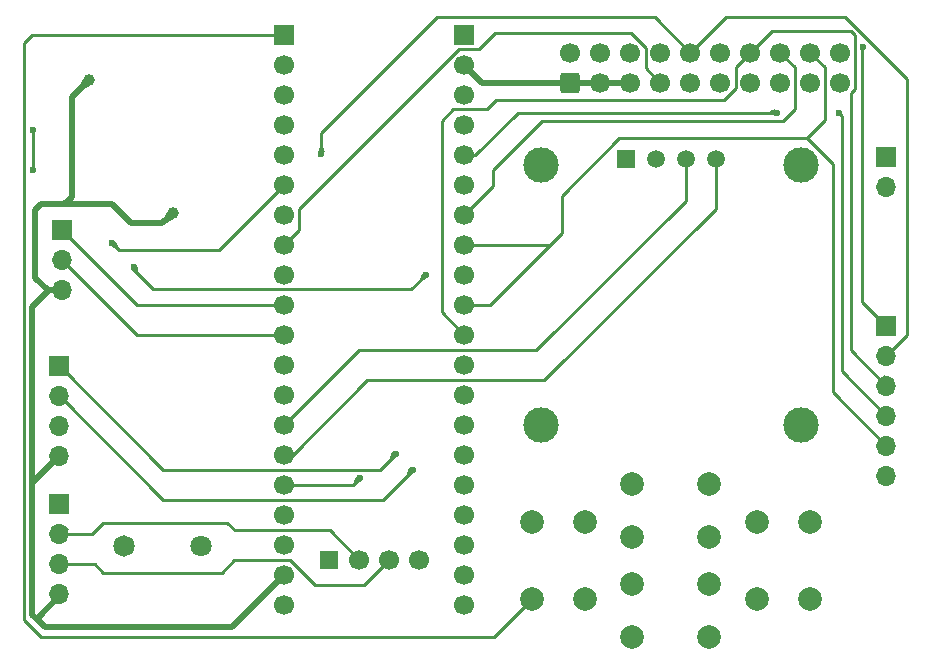
<source format=gbr>
%TF.GenerationSoftware,KiCad,Pcbnew,8.0.5*%
%TF.CreationDate,2024-12-10T05:31:14-08:00*%
%TF.ProjectId,sdiskII_stm32,73646973-6b49-4495-9f73-746d33322e6b,3*%
%TF.SameCoordinates,Original*%
%TF.FileFunction,Copper,L2,Bot*%
%TF.FilePolarity,Positive*%
%FSLAX46Y46*%
G04 Gerber Fmt 4.6, Leading zero omitted, Abs format (unit mm)*
G04 Created by KiCad (PCBNEW 8.0.5) date 2024-12-10 05:31:14*
%MOMM*%
%LPD*%
G01*
G04 APERTURE LIST*
G04 Aperture macros list*
%AMRoundRect*
0 Rectangle with rounded corners*
0 $1 Rounding radius*
0 $2 $3 $4 $5 $6 $7 $8 $9 X,Y pos of 4 corners*
0 Add a 4 corners polygon primitive as box body*
4,1,4,$2,$3,$4,$5,$6,$7,$8,$9,$2,$3,0*
0 Add four circle primitives for the rounded corners*
1,1,$1+$1,$2,$3*
1,1,$1+$1,$4,$5*
1,1,$1+$1,$6,$7*
1,1,$1+$1,$8,$9*
0 Add four rect primitives between the rounded corners*
20,1,$1+$1,$2,$3,$4,$5,0*
20,1,$1+$1,$4,$5,$6,$7,0*
20,1,$1+$1,$6,$7,$8,$9,0*
20,1,$1+$1,$8,$9,$2,$3,0*%
G04 Aperture macros list end*
%TA.AperFunction,ComponentPad*%
%ADD10RoundRect,0.250000X0.600000X-0.600000X0.600000X0.600000X-0.600000X0.600000X-0.600000X-0.600000X0*%
%TD*%
%TA.AperFunction,ComponentPad*%
%ADD11C,1.700000*%
%TD*%
%TA.AperFunction,ComponentPad*%
%ADD12R,1.700000X1.700000*%
%TD*%
%TA.AperFunction,ComponentPad*%
%ADD13O,1.700000X1.700000*%
%TD*%
%TA.AperFunction,ComponentPad*%
%ADD14C,2.000000*%
%TD*%
%TA.AperFunction,ComponentPad*%
%ADD15C,1.824000*%
%TD*%
%TA.AperFunction,ComponentPad*%
%ADD16C,1.800000*%
%TD*%
%TA.AperFunction,ComponentPad*%
%ADD17R,1.524000X1.524000*%
%TD*%
%TA.AperFunction,ComponentPad*%
%ADD18R,1.508000X1.508000*%
%TD*%
%TA.AperFunction,ComponentPad*%
%ADD19C,1.508000*%
%TD*%
%TA.AperFunction,ComponentPad*%
%ADD20C,3.000000*%
%TD*%
%TA.AperFunction,ViaPad*%
%ADD21C,0.600000*%
%TD*%
%TA.AperFunction,ViaPad*%
%ADD22C,1.000000*%
%TD*%
%TA.AperFunction,Conductor*%
%ADD23C,0.250000*%
%TD*%
%TA.AperFunction,Conductor*%
%ADD24C,0.500000*%
%TD*%
G04 APERTURE END LIST*
D10*
%TO.P,J2,1,Pin_1*%
%TO.N,GND*%
X178290000Y-92490000D03*
D11*
%TO.P,J2,2,Pin_2*%
%TO.N,STEP0*%
X178290000Y-89950000D03*
%TO.P,J2,3,Pin_3*%
%TO.N,GND*%
X180830000Y-92490000D03*
%TO.P,J2,4,Pin_4*%
%TO.N,STEP1*%
X180830000Y-89950000D03*
%TO.P,J2,5,Pin_5*%
%TO.N,GND*%
X183370000Y-92490000D03*
%TO.P,J2,6,Pin_6*%
%TO.N,STEP2*%
X183370000Y-89950000D03*
%TO.P,J2,7,Pin_7*%
%TO.N,3.5DSK*%
X185910000Y-92490000D03*
%TO.P,J2,8,Pin_8*%
%TO.N,STEP3*%
X185910000Y-89950000D03*
%TO.P,J2,9,Pin_9*%
%TO.N,unconnected-(J2-Pin_9-Pad9)*%
X188450000Y-92490000D03*
%TO.P,J2,10,Pin_10*%
%TO.N,WR_REQ*%
X188450000Y-89950000D03*
%TO.P,J2,11,Pin_11*%
%TO.N,VCC*%
X190990000Y-92490000D03*
%TO.P,J2,12,Pin_12*%
%TO.N,SELECT*%
X190990000Y-89950000D03*
%TO.P,J2,13,Pin_13*%
%TO.N,unconnected-(J2-Pin_13-Pad13)*%
X193530000Y-92490000D03*
%TO.P,J2,14,Pin_14*%
%TO.N,DEVICE_ENABLE*%
X193530000Y-89950000D03*
%TO.P,J2,15,Pin_15*%
%TO.N,unconnected-(J2-Pin_15-Pad15)*%
X196070000Y-92490000D03*
%TO.P,J2,16,Pin_16*%
%TO.N,RD_DATA*%
X196070000Y-89950000D03*
%TO.P,J2,17,Pin_17*%
%TO.N,unconnected-(J2-Pin_17-Pad17)*%
X198610000Y-92490000D03*
%TO.P,J2,18,Pin_18*%
%TO.N,WR_DATA*%
X198610000Y-89950000D03*
%TO.P,J2,19,Pin_19*%
%TO.N,unconnected-(J2-Pin_19-Pad19)*%
X201150000Y-92490000D03*
%TO.P,J2,20,Pin_20*%
%TO.N,WR_PROTECT*%
X201150000Y-89950000D03*
%TD*%
D12*
%TO.P,J3,1,Pin_1*%
%TO.N,RD_DATA*%
X205000000Y-113050000D03*
D13*
%TO.P,J3,2,Pin_2*%
%TO.N,WR_REQ*%
X205000000Y-115590000D03*
%TO.P,J3,3,Pin_3*%
%TO.N,DEVICE_ENABLE*%
X205000000Y-118130000D03*
%TO.P,J3,4,Pin_4*%
%TO.N,WR_PROTECT*%
X205000000Y-120670000D03*
%TO.P,J3,5,Pin_5*%
%TO.N,WR_DATA*%
X205000000Y-123210000D03*
%TO.P,J3,6,Pin_6*%
%TO.N,GND*%
X205000000Y-125750000D03*
%TD*%
D14*
%TO.P,UP1,1,1*%
%TO.N,+3.3V*%
X190040000Y-130950000D03*
X183540000Y-130950000D03*
%TO.P,UP1,2,2*%
%TO.N,BTN_UP*%
X190040000Y-126450000D03*
X183540000Y-126450000D03*
%TD*%
D12*
%TO.P,DEBUG,1,Pin_1*%
%TO.N,TIM2_CH3*%
X135000000Y-116500000D03*
D13*
%TO.P,DEBUG,2,Pin_2*%
%TO.N,TIM3_CH4*%
X135000000Y-119040000D03*
%TO.P,DEBUG,3,Pin_3*%
%TO.N,DEBUG*%
X135000000Y-121580000D03*
%TO.P,DEBUG,4,Pin_4*%
%TO.N,GND*%
X135000000Y-124120000D03*
%TD*%
D15*
%TO.P,BZ1,1,+*%
%TO.N,TIM1_CH2N*%
X140500000Y-131750000D03*
D16*
%TO.P,BZ1,2,-*%
%TO.N,GND*%
X147000000Y-131750000D03*
%TD*%
D12*
%TO.P,J4,1,Pin_1*%
%TO.N,USART1_TX*%
X135240000Y-104975000D03*
D13*
%TO.P,J4,2,Pin_2*%
%TO.N,USART1_RX*%
X135240000Y-107515000D03*
%TO.P,J4,3,Pin_3*%
%TO.N,GND*%
X135240000Y-110055000D03*
%TD*%
D12*
%TO.P,\u03BCC1,1,B12*%
%TO.N,BTN_RET*%
X154050000Y-88440000D03*
D11*
%TO.P,\u03BCC1,2,B13*%
%TO.N,SD_EJECT*%
X154050000Y-90980000D03*
%TO.P,\u03BCC1,3,B14*%
%TO.N,TIM1_CH2N*%
X154050000Y-93520000D03*
%TO.P,\u03BCC1,4,B15*%
%TO.N,SDIO_CK*%
X154050000Y-96060000D03*
%TO.P,\u03BCC1,5,A8*%
%TO.N,SDIO_D1*%
X154050000Y-98600000D03*
%TO.P,\u03BCC1,6,A9*%
%TO.N,SDIO_D2*%
X154050000Y-101140000D03*
%TO.P,\u03BCC1,7,A10*%
%TO.N,DEBUG*%
X154050000Y-103680000D03*
%TO.P,\u03BCC1,8,A11*%
%TO.N,3.5DSK*%
X154050000Y-106220000D03*
%TO.P,\u03BCC1,9,A12*%
%TO.N,unconnected-(\u03BCC1-A12-Pad9)*%
X154050000Y-108760000D03*
%TO.P,\u03BCC1,10,A15*%
%TO.N,USART1_TX*%
X154050000Y-111300000D03*
%TO.P,\u03BCC1,11,B3*%
%TO.N,USART1_RX*%
X154050000Y-113840000D03*
%TO.P,\u03BCC1,12,B4*%
%TO.N,SDIO_DO*%
X154050000Y-116380000D03*
%TO.P,\u03BCC1,13,B5*%
%TO.N,SDIO_D3*%
X154050000Y-118920000D03*
%TO.P,\u03BCC1,14,B6*%
%TO.N,I2C_SCL*%
X154050000Y-121460000D03*
%TO.P,\u03BCC1,15,B7*%
%TO.N,I2C_SDA*%
X154050000Y-124000000D03*
%TO.P,\u03BCC1,16,B8*%
%TO.N,SELECT*%
X154050000Y-126540000D03*
%TO.P,\u03BCC1,17,B9*%
%TO.N,WR_REQ*%
X154050000Y-129080000D03*
%TO.P,\u03BCC1,18,5Vi*%
%TO.N,PWR_IN*%
X154050000Y-131620000D03*
%TO.P,\u03BCC1,19,GNDi*%
%TO.N,GND*%
X154050000Y-134160000D03*
%TO.P,\u03BCC1,20,3.3i*%
%TO.N,+3.3V*%
X154050000Y-136700000D03*
%TO.P,\u03BCC1,21,VB*%
%TO.N,unconnected-(\u03BCC1-VB-Pad21)*%
X169290000Y-136700000D03*
%TO.P,\u03BCC1,22,C13*%
%TO.N,BTN_DOWN*%
X169290000Y-134160000D03*
%TO.P,\u03BCC1,23,C14*%
%TO.N,BTN_UP*%
X169290000Y-131620000D03*
%TO.P,\u03BCC1,24,C15*%
%TO.N,BTN_ENTR*%
X169290000Y-129080000D03*
%TO.P,\u03BCC1,25,R*%
%TO.N,unconnected-(\u03BCC1-R-Pad25)*%
X169290000Y-126540000D03*
%TO.P,\u03BCC1,26,A0*%
%TO.N,STEP0*%
X169290000Y-124000000D03*
%TO.P,\u03BCC1,27,A1*%
%TO.N,STEP1*%
X169290000Y-121460000D03*
%TO.P,\u03BCC1,28,A2*%
%TO.N,STEP2*%
X169290000Y-118920000D03*
%TO.P,\u03BCC1,29,A3*%
%TO.N,STEP3*%
X169290000Y-116380000D03*
%TO.P,\u03BCC1,30,A4*%
%TO.N,DEVICE_ENABLE*%
X169290000Y-113840000D03*
%TO.P,\u03BCC1,31,A5*%
%TO.N,WR_DATA*%
X169290000Y-111300000D03*
%TO.P,\u03BCC1,32,A6*%
%TO.N,SDIO_CMD*%
X169290000Y-108760000D03*
%TO.P,\u03BCC1,33,A7*%
%TO.N,WR_DATA*%
X169290000Y-106220000D03*
%TO.P,\u03BCC1,34,B0*%
%TO.N,RD_DATA*%
X169290000Y-103680000D03*
%TO.P,\u03BCC1,35,B1*%
%TO.N,TIM3_CH4*%
X169290000Y-101140000D03*
%TO.P,\u03BCC1,36,B2*%
%TO.N,WR_PROTECT*%
X169290000Y-98600000D03*
%TO.P,\u03BCC1,37,B10*%
%TO.N,TIM2_CH3*%
X169290000Y-96060000D03*
%TO.P,\u03BCC1,38,3.3ii*%
%TO.N,unconnected-(\u03BCC1-3.3ii-Pad38)*%
X169290000Y-93520000D03*
%TO.P,\u03BCC1,39,GNDii*%
%TO.N,GND*%
X169290000Y-90980000D03*
D12*
%TO.P,\u03BCC1,40,5Vii*%
%TO.N,unconnected-(\u03BCC1-5Vii-Pad40)*%
X169290000Y-88440000D03*
D17*
%TO.P,\u03BCC1,41,3.3V*%
%TO.N,+3.3V*%
X157860000Y-132890000D03*
D11*
%TO.P,\u03BCC1,42,SDIO*%
%TO.N,SDIO*%
X160400000Y-132890000D03*
%TO.P,\u03BCC1,43,SCK*%
%TO.N,SCK*%
X162940000Y-132890000D03*
%TO.P,\u03BCC1,44,GND*%
%TO.N,GND*%
X165480000Y-132890000D03*
%TD*%
D12*
%TO.P,J1,1,Pin_1*%
%TO.N,VCC*%
X205000000Y-98810000D03*
D13*
%TO.P,J1,2,Pin_2*%
%TO.N,PWR_IN*%
X205000000Y-101350000D03*
%TD*%
D14*
%TO.P,ENTR1,1,1*%
%TO.N,+3.3V*%
X198540000Y-129700000D03*
X198540000Y-136200000D03*
%TO.P,ENTR1,2,2*%
%TO.N,BTN_ENTR*%
X194040000Y-129700000D03*
X194040000Y-136200000D03*
%TD*%
D12*
%TO.P,J6,1,Pin_1*%
%TO.N,+3.3V*%
X135000000Y-128180000D03*
D13*
%TO.P,J6,2,Pin_2*%
%TO.N,SDIO*%
X135000000Y-130720000D03*
%TO.P,J6,3,Pin_3*%
%TO.N,SCK*%
X135000000Y-133260000D03*
%TO.P,J6,4,Pin_4*%
%TO.N,GND*%
X135000000Y-135800000D03*
%TD*%
D18*
%TO.P,U8,1,GND*%
%TO.N,GND*%
X182980000Y-98950000D03*
D19*
%TO.P,U8,2,VCC_IN*%
%TO.N,+3.3V*%
X185520000Y-98950000D03*
%TO.P,U8,3,SCL*%
%TO.N,I2C_SCL*%
X188060000Y-98950000D03*
%TO.P,U8,4,SDA*%
%TO.N,I2C_SDA*%
X190600000Y-98950000D03*
D20*
%TO.P,U8,S1*%
%TO.N,N/C*%
X175790000Y-99450000D03*
%TO.P,U8,S2*%
X197790000Y-99450000D03*
%TO.P,U8,S3*%
X197790000Y-121450000D03*
%TO.P,U8,S4*%
X175790000Y-121450000D03*
%TD*%
D14*
%TO.P,RET1,1,1*%
%TO.N,+3.3V*%
X179540000Y-129700000D03*
X179540000Y-136200000D03*
%TO.P,RET1,2,2*%
%TO.N,BTN_RET*%
X175040000Y-129700000D03*
X175040000Y-136200000D03*
%TD*%
%TO.P,DOWN1,1,1*%
%TO.N,+3.3V*%
X183540000Y-134950000D03*
X190040000Y-134950000D03*
%TO.P,DOWN1,2,2*%
%TO.N,BTN_DOWN*%
X183540000Y-139450000D03*
X190040000Y-139450000D03*
%TD*%
D21*
%TO.N,SELECT*%
X160500000Y-125925000D03*
D22*
%TO.N,GND*%
X144640000Y-103500000D03*
X137540000Y-92250000D03*
D21*
%TO.N,WR_REQ*%
X157190000Y-98500000D03*
%TO.N,WR_PROTECT*%
X201000000Y-95025000D03*
X195750000Y-95025000D03*
%TO.N,RD_DATA*%
X203050000Y-89500000D03*
%TO.N,SDIO_CMD*%
X141340000Y-108100000D03*
X166040000Y-108760000D03*
%TO.N,SDIO_D2*%
X139490000Y-106050000D03*
%TO.N,DEBUG*%
X132750000Y-99900000D03*
X132750000Y-96500000D03*
%TO.N,TIM3_CH4*%
X164940000Y-125250000D03*
%TO.N,TIM2_CH3*%
X163490000Y-123900000D03*
%TD*%
D23*
%TO.N,DEBUG*%
X132750000Y-99900000D02*
X132750000Y-96500000D01*
%TO.N,SELECT*%
X159885000Y-126540000D02*
X154050000Y-126540000D01*
X160500000Y-125925000D02*
X159885000Y-126540000D01*
%TO.N,3.5DSK*%
X154050000Y-106220000D02*
X155275000Y-104995000D01*
X155275000Y-104995000D02*
X155275000Y-103225000D01*
X168835000Y-89665000D02*
X170515000Y-89665000D01*
X155275000Y-103225000D02*
X168835000Y-89665000D01*
X170515000Y-89665000D02*
X171880000Y-88300000D01*
X184685000Y-89532588D02*
X184685000Y-91265000D01*
X171880000Y-88300000D02*
X183452412Y-88300000D01*
X183452412Y-88300000D02*
X184685000Y-89532588D01*
X184685000Y-91265000D02*
X185910000Y-92490000D01*
D24*
%TO.N,GND*%
X132715000Y-111475000D02*
X134135000Y-110055000D01*
X132990000Y-103300000D02*
X132990000Y-109000000D01*
X178290000Y-92490000D02*
X180830000Y-92490000D01*
X134045000Y-110055000D02*
X135240000Y-110055000D01*
X170800000Y-92490000D02*
X169290000Y-90980000D01*
X135440000Y-102800000D02*
X133490000Y-102800000D01*
X133090000Y-137900000D02*
X132715000Y-137525000D01*
X144640000Y-103500000D02*
X143740000Y-104400000D01*
X154050000Y-134160000D02*
X149610000Y-138600000D01*
X132715000Y-126750000D02*
X132715000Y-111475000D01*
X132990000Y-109000000D02*
X134045000Y-110055000D01*
X178290000Y-92490000D02*
X170800000Y-92490000D01*
X132715000Y-126405000D02*
X132715000Y-126750000D01*
X133090000Y-137900000D02*
X135190000Y-135800000D01*
X180830000Y-92490000D02*
X183370000Y-92490000D01*
X137540000Y-92250000D02*
X136090000Y-93700000D01*
X132715000Y-137525000D02*
X132715000Y-126750000D01*
X136090000Y-102150000D02*
X135440000Y-102800000D01*
X134135000Y-110055000D02*
X135240000Y-110055000D01*
X136090000Y-93700000D02*
X136090000Y-102150000D01*
X133490000Y-102800000D02*
X132990000Y-103300000D01*
X135000000Y-124120000D02*
X132715000Y-126405000D01*
X149610000Y-138600000D02*
X133790000Y-138600000D01*
X143740000Y-104400000D02*
X141090000Y-104400000D01*
X141090000Y-104400000D02*
X139490000Y-102800000D01*
X133790000Y-138600000D02*
X133090000Y-137900000D01*
X139490000Y-102800000D02*
X135440000Y-102800000D01*
D23*
%TO.N,WR_REQ*%
X201547106Y-86950000D02*
X206750000Y-92152894D01*
X191450000Y-86950000D02*
X201547106Y-86950000D01*
X166990000Y-86950000D02*
X185450000Y-86950000D01*
X206750000Y-113840000D02*
X205000000Y-115590000D01*
X185450000Y-86950000D02*
X188450000Y-89950000D01*
X157190000Y-96750000D02*
X166990000Y-86950000D01*
X206750000Y-92152894D02*
X206750000Y-113840000D01*
X188450000Y-89950000D02*
X191450000Y-86950000D01*
X157190000Y-98500000D02*
X157190000Y-96750000D01*
%TO.N,WR_PROTECT*%
X195750000Y-95025000D02*
X173815000Y-95025000D01*
X201000000Y-95025000D02*
X201250000Y-95275000D01*
X173815000Y-95025000D02*
X170240000Y-98600000D01*
X201250000Y-95275000D02*
X201250000Y-116920000D01*
X204840000Y-120000000D02*
X204840000Y-120410000D01*
X201250000Y-116920000D02*
X205000000Y-120670000D01*
X170240000Y-98600000D02*
X169290000Y-98600000D01*
%TO.N,BTN_RET*%
X171840000Y-139400000D02*
X175040000Y-136200000D01*
X131990000Y-137950000D02*
X133440000Y-139400000D01*
X154050000Y-88440000D02*
X132700000Y-88440000D01*
X131990000Y-89150000D02*
X131990000Y-137950000D01*
X133440000Y-139400000D02*
X171840000Y-139400000D01*
X132700000Y-88440000D02*
X131990000Y-89150000D01*
%TO.N,WR_DATA*%
X199835000Y-91175000D02*
X198610000Y-89950000D01*
X198300000Y-97200000D02*
X200500000Y-99400000D01*
X198300000Y-97200000D02*
X199835000Y-95665000D01*
X176520000Y-106220000D02*
X171440000Y-111300000D01*
X200500000Y-118710000D02*
X205000000Y-123210000D01*
X170040000Y-106200000D02*
X169514000Y-106726000D01*
X171440000Y-111300000D02*
X169290000Y-111300000D01*
X176520000Y-106220000D02*
X177540000Y-105200000D01*
X177540000Y-102050000D02*
X182390000Y-97200000D01*
X177540000Y-105200000D02*
X177540000Y-102050000D01*
X200500000Y-99400000D02*
X200500000Y-118710000D01*
X199835000Y-95665000D02*
X199835000Y-91175000D01*
X182390000Y-97200000D02*
X198300000Y-97200000D01*
X169985592Y-106200000D02*
X169647796Y-105862204D01*
X170040000Y-106200000D02*
X169985592Y-106200000D01*
X176520000Y-106220000D02*
X169290000Y-106220000D01*
%TO.N,RD_DATA*%
X204940000Y-112820000D02*
X204940000Y-112950000D01*
X171740000Y-101230000D02*
X169290000Y-103680000D01*
X175890000Y-95700000D02*
X171740000Y-99850000D01*
X196070000Y-89950000D02*
X197295000Y-91175000D01*
X197295000Y-91175000D02*
X197295000Y-94705000D01*
X203050000Y-89500000D02*
X203000000Y-89550000D01*
X203000000Y-111050000D02*
X205000000Y-113050000D01*
X203000000Y-89550000D02*
X203000000Y-111050000D01*
X196300000Y-95700000D02*
X175890000Y-95700000D01*
X197295000Y-94705000D02*
X196300000Y-95700000D01*
X168594408Y-103700000D02*
X168932204Y-104037796D01*
X171740000Y-99850000D02*
X171740000Y-101230000D01*
%TO.N,I2C_SDA*%
X168782588Y-117695000D02*
X168777588Y-117700000D01*
X169802412Y-117700000D02*
X169797412Y-117695000D01*
X168777588Y-117700000D02*
X161090000Y-117700000D01*
X169797412Y-117695000D02*
X168782588Y-117695000D01*
X161090000Y-117700000D02*
X154790000Y-124000000D01*
X176090000Y-117700000D02*
X169802412Y-117700000D01*
X190600000Y-98950000D02*
X190600000Y-103190000D01*
X190600000Y-103190000D02*
X176090000Y-117700000D01*
X154790000Y-124000000D02*
X154050000Y-124000000D01*
%TO.N,USART1_RX*%
X141565000Y-113840000D02*
X154050000Y-113840000D01*
X135240000Y-107515000D02*
X141565000Y-113840000D01*
%TO.N,I2C_SCL*%
X188060000Y-98950000D02*
X188060000Y-102480000D01*
X160360000Y-115150000D02*
X154050000Y-121460000D01*
X188060000Y-102480000D02*
X175390000Y-115150000D01*
X175390000Y-115150000D02*
X160360000Y-115150000D01*
%TO.N,USART1_TX*%
X141565000Y-111300000D02*
X154050000Y-111300000D01*
X135240000Y-104975000D02*
X141565000Y-111300000D01*
%TO.N,SDIO_CMD*%
X164815000Y-109985000D02*
X166040000Y-108760000D01*
X142975000Y-109985000D02*
X164815000Y-109985000D01*
X141340000Y-108100000D02*
X141340000Y-108350000D01*
X141340000Y-108350000D02*
X142975000Y-109985000D01*
%TO.N,SDIO_D2*%
X154000000Y-101140000D02*
X154050000Y-101140000D01*
X148490000Y-106650000D02*
X154000000Y-101140000D01*
X140090000Y-106650000D02*
X148490000Y-106650000D01*
X139490000Y-106050000D02*
X140090000Y-106650000D01*
%TO.N,TIM3_CH4*%
X164940000Y-125250000D02*
X162390000Y-127800000D01*
X143830000Y-127800000D02*
X135240000Y-119210000D01*
X162390000Y-127800000D02*
X143830000Y-127800000D01*
%TO.N,DEVICE_ENABLE*%
X191290000Y-93950000D02*
X172000000Y-93950000D01*
X192290000Y-91190000D02*
X192290000Y-92950000D01*
X202000000Y-93372412D02*
X202000000Y-115130000D01*
X171200000Y-94750000D02*
X168340000Y-94750000D01*
X202040000Y-88150000D02*
X202375000Y-88485000D01*
X202000000Y-115130000D02*
X205000000Y-118130000D01*
X168340000Y-94750000D02*
X167390000Y-95700000D01*
X195330000Y-88150000D02*
X202040000Y-88150000D01*
X172000000Y-93950000D02*
X171200000Y-94750000D01*
X202375000Y-88485000D02*
X202375000Y-92997412D01*
X167390000Y-111940000D02*
X169290000Y-113840000D01*
X192290000Y-92950000D02*
X191290000Y-93950000D01*
X167390000Y-95700000D02*
X167390000Y-111940000D01*
X202375000Y-92997412D02*
X202000000Y-93372412D01*
X193530000Y-89950000D02*
X192290000Y-91190000D01*
X193530000Y-89950000D02*
X195330000Y-88150000D01*
X204840000Y-117870000D02*
X204840000Y-117340000D01*
%TO.N,TIM2_CH3*%
X162140000Y-125250000D02*
X143820000Y-125250000D01*
X163490000Y-123900000D02*
X162140000Y-125250000D01*
X143820000Y-125250000D02*
X135240000Y-116670000D01*
%TO.N,SCK*%
X156622412Y-135000000D02*
X154557412Y-132935000D01*
X135515000Y-132935000D02*
X135190000Y-133260000D01*
X148750000Y-134000000D02*
X138750000Y-134000000D01*
X138010000Y-133260000D02*
X135240000Y-133260000D01*
X162940000Y-132890000D02*
X160830000Y-135000000D01*
X149815000Y-132935000D02*
X148750000Y-134000000D01*
X160830000Y-135000000D02*
X156622412Y-135000000D01*
X154557412Y-132935000D02*
X149815000Y-132935000D01*
X138750000Y-134000000D02*
X138010000Y-133260000D01*
%TO.N,SDIO*%
X137780000Y-130720000D02*
X135240000Y-130720000D01*
X149250000Y-129750000D02*
X138750000Y-129750000D01*
X149895000Y-130395000D02*
X149250000Y-129750000D01*
X138750000Y-129750000D02*
X137780000Y-130720000D01*
X160400000Y-132890000D02*
X157905000Y-130395000D01*
X135655000Y-130305000D02*
X135240000Y-130720000D01*
X157905000Y-130395000D02*
X149895000Y-130395000D01*
X135605000Y-130305000D02*
X135190000Y-130720000D01*
%TD*%
%TA.AperFunction,Conductor*%
%TO.N,SELECT*%
G36*
X160232707Y-125814248D02*
G01*
X160496184Y-125922436D01*
X160502536Y-125928748D01*
X160502563Y-125928815D01*
X160610751Y-126192292D01*
X160610724Y-126201247D01*
X160605346Y-126207106D01*
X160171740Y-126433673D01*
X160162821Y-126434467D01*
X160158049Y-126431576D01*
X159993423Y-126266950D01*
X159989996Y-126258677D01*
X159991324Y-126253264D01*
X160217894Y-125819651D01*
X160224762Y-125813907D01*
X160232707Y-125814248D01*
G37*
%TD.AperFunction*%
%TD*%
%TA.AperFunction,Conductor*%
%TO.N,GND*%
G36*
X144187473Y-103312536D02*
G01*
X144636203Y-103497437D01*
X144642546Y-103503757D01*
X144642563Y-103503797D01*
X144827462Y-103952523D01*
X144827445Y-103961477D01*
X144822549Y-103967080D01*
X144117465Y-104379326D01*
X144108594Y-104380544D01*
X144103287Y-104377499D01*
X143762500Y-104036712D01*
X143759073Y-104028439D01*
X143760671Y-104022538D01*
X144172919Y-103317449D01*
X144180053Y-103312037D01*
X144187473Y-103312536D01*
G37*
%TD.AperFunction*%
%TD*%
%TA.AperFunction,Conductor*%
%TO.N,GND*%
G36*
X137087473Y-92062536D02*
G01*
X137536203Y-92247437D01*
X137542546Y-92253757D01*
X137542563Y-92253797D01*
X137727462Y-92702523D01*
X137727445Y-92711477D01*
X137722549Y-92717080D01*
X137017465Y-93129326D01*
X137008594Y-93130544D01*
X137003287Y-93127499D01*
X136662500Y-92786712D01*
X136659073Y-92778439D01*
X136660671Y-92772538D01*
X137072919Y-92067449D01*
X137080053Y-92062037D01*
X137087473Y-92062536D01*
G37*
%TD.AperFunction*%
%TD*%
%TA.AperFunction,Conductor*%
%TO.N,WR_REQ*%
G36*
X157314680Y-97903427D02*
G01*
X157317571Y-97908199D01*
X157463970Y-98375012D01*
X157463176Y-98383931D01*
X157457317Y-98389309D01*
X157194511Y-98499115D01*
X157185556Y-98499142D01*
X157185489Y-98499115D01*
X156922682Y-98389309D01*
X156916370Y-98382957D01*
X156916029Y-98375013D01*
X157062429Y-97908199D01*
X157068175Y-97901330D01*
X157073593Y-97900000D01*
X157306407Y-97900000D01*
X157314680Y-97903427D01*
G37*
%TD.AperFunction*%
%TD*%
%TA.AperFunction,Conductor*%
%TO.N,WR_PROTECT*%
G36*
X195633931Y-94751823D02*
G01*
X195639309Y-94757682D01*
X195749115Y-95020489D01*
X195749142Y-95029444D01*
X195749115Y-95029511D01*
X195639309Y-95292317D01*
X195632957Y-95298629D01*
X195625012Y-95298970D01*
X195158199Y-95152571D01*
X195151330Y-95146825D01*
X195150000Y-95141407D01*
X195150000Y-94908592D01*
X195153427Y-94900319D01*
X195158196Y-94897429D01*
X195625013Y-94751029D01*
X195633931Y-94751823D01*
G37*
%TD.AperFunction*%
%TD*%
%TA.AperFunction,Conductor*%
%TO.N,SDIO_CMD*%
G36*
X165772707Y-108649248D02*
G01*
X166036184Y-108757436D01*
X166042536Y-108763748D01*
X166042563Y-108763815D01*
X166150751Y-109027292D01*
X166150724Y-109036247D01*
X166145346Y-109042106D01*
X165711740Y-109268673D01*
X165702821Y-109269467D01*
X165698049Y-109266576D01*
X165533423Y-109101950D01*
X165529996Y-109093677D01*
X165531324Y-109088264D01*
X165757894Y-108654651D01*
X165764762Y-108648907D01*
X165772707Y-108649248D01*
G37*
%TD.AperFunction*%
%TD*%
%TA.AperFunction,Conductor*%
%TO.N,SDIO_CMD*%
G36*
X141629454Y-108099975D02*
G01*
X141637719Y-108103421D01*
X141641066Y-108110492D01*
X141681663Y-108509920D01*
X141679090Y-108518497D01*
X141678296Y-108519376D01*
X141513749Y-108683923D01*
X141505476Y-108687350D01*
X141497203Y-108683923D01*
X141497175Y-108683896D01*
X141136059Y-108320377D01*
X141132660Y-108312092D01*
X141136058Y-108303887D01*
X141335851Y-108102757D01*
X141344111Y-108099304D01*
X141629454Y-108099975D01*
G37*
%TD.AperFunction*%
%TD*%
%TA.AperFunction,Conductor*%
%TO.N,SDIO_D2*%
G36*
X139766247Y-105939275D02*
G01*
X139772105Y-105944652D01*
X139971974Y-106327164D01*
X139998673Y-106378259D01*
X139999467Y-106387178D01*
X139996576Y-106391950D01*
X139831950Y-106556576D01*
X139823677Y-106560003D01*
X139818260Y-106558673D01*
X139384652Y-106332105D01*
X139378907Y-106325237D01*
X139379247Y-106317293D01*
X139487436Y-106053814D01*
X139493746Y-106047464D01*
X139757293Y-105939248D01*
X139766247Y-105939275D01*
G37*
%TD.AperFunction*%
%TD*%
%TA.AperFunction,Conductor*%
%TO.N,TIM3_CH4*%
G36*
X164672707Y-125139248D02*
G01*
X164936184Y-125247436D01*
X164942536Y-125253748D01*
X164942563Y-125253815D01*
X165050751Y-125517292D01*
X165050724Y-125526247D01*
X165045346Y-125532106D01*
X164611740Y-125758673D01*
X164602821Y-125759467D01*
X164598049Y-125756576D01*
X164433423Y-125591950D01*
X164429996Y-125583677D01*
X164431324Y-125578264D01*
X164657894Y-125144651D01*
X164664762Y-125138907D01*
X164672707Y-125139248D01*
G37*
%TD.AperFunction*%
%TD*%
%TA.AperFunction,Conductor*%
%TO.N,TIM2_CH3*%
G36*
X163222707Y-123789248D02*
G01*
X163486184Y-123897436D01*
X163492536Y-123903748D01*
X163492563Y-123903815D01*
X163600751Y-124167292D01*
X163600724Y-124176247D01*
X163595346Y-124182106D01*
X163161740Y-124408673D01*
X163152821Y-124409467D01*
X163148049Y-124406576D01*
X162983423Y-124241950D01*
X162979996Y-124233677D01*
X162981324Y-124228264D01*
X163207894Y-123794651D01*
X163214762Y-123788907D01*
X163222707Y-123789248D01*
G37*
%TD.AperFunction*%
%TD*%
M02*

</source>
